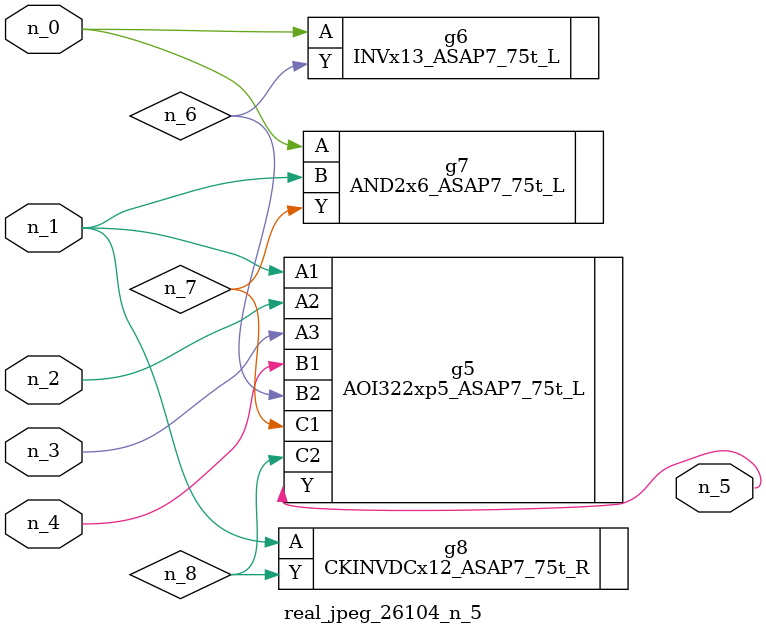
<source format=v>
module real_jpeg_26104_n_5 (n_4, n_0, n_1, n_2, n_3, n_5);

input n_4;
input n_0;
input n_1;
input n_2;
input n_3;

output n_5;

wire n_8;
wire n_6;
wire n_7;

INVx13_ASAP7_75t_L g6 ( 
.A(n_0),
.Y(n_6)
);

AND2x6_ASAP7_75t_L g7 ( 
.A(n_0),
.B(n_1),
.Y(n_7)
);

AOI322xp5_ASAP7_75t_L g5 ( 
.A1(n_1),
.A2(n_2),
.A3(n_3),
.B1(n_4),
.B2(n_6),
.C1(n_7),
.C2(n_8),
.Y(n_5)
);

CKINVDCx12_ASAP7_75t_R g8 ( 
.A(n_1),
.Y(n_8)
);


endmodule
</source>
